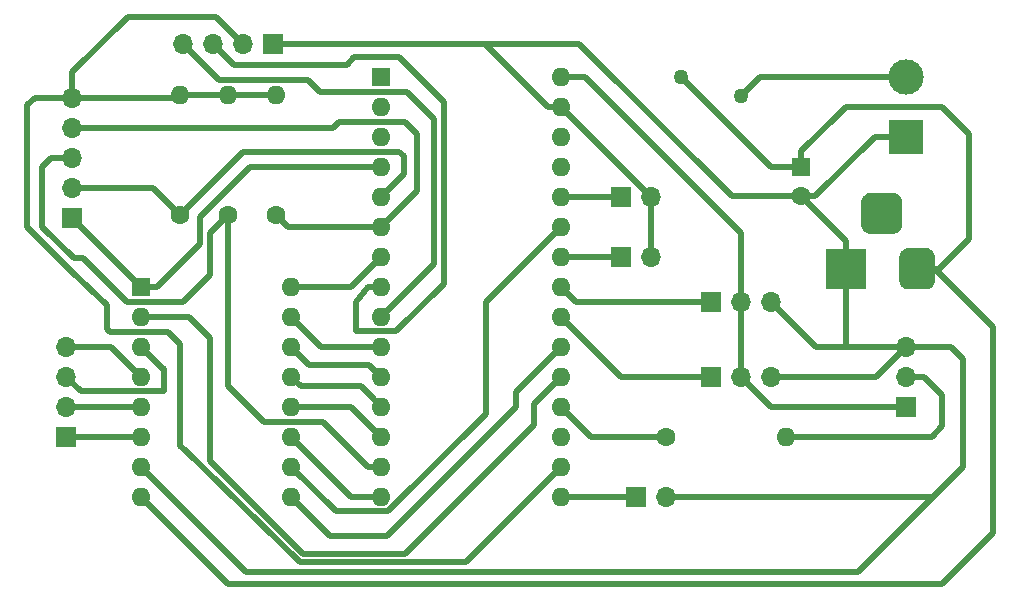
<source format=gbr>
G04 #@! TF.GenerationSoftware,KiCad,Pcbnew,5.1.5+dfsg1-2build2*
G04 #@! TF.CreationDate,2020-11-19T11:24:51+00:00*
G04 #@! TF.ProjectId,PIDController,50494443-6f6e-4747-926f-6c6c65722e6b,rev?*
G04 #@! TF.SameCoordinates,Original*
G04 #@! TF.FileFunction,Copper,L2,Bot*
G04 #@! TF.FilePolarity,Positive*
%FSLAX46Y46*%
G04 Gerber Fmt 4.6, Leading zero omitted, Abs format (unit mm)*
G04 Created by KiCad (PCBNEW 5.1.5+dfsg1-2build2) date 2020-11-19 11:24:51*
%MOMM*%
%LPD*%
G04 APERTURE LIST*
%ADD10C,1.600000*%
%ADD11O,1.600000X1.600000*%
%ADD12R,1.600000X1.600000*%
%ADD13C,3.000000*%
%ADD14R,3.000000X3.000000*%
%ADD15C,1.270000*%
%ADD16R,1.700000X1.700000*%
%ADD17O,1.700000X1.700000*%
%ADD18R,3.500000X3.500000*%
%ADD19C,0.100000*%
%ADD20C,0.500000*%
G04 APERTURE END LIST*
D10*
X87122000Y-104394000D03*
D11*
X87122000Y-94234000D03*
D12*
X104140000Y-92710000D03*
D11*
X119380000Y-125730000D03*
X104140000Y-95250000D03*
X119380000Y-123190000D03*
X104140000Y-97790000D03*
X119380000Y-120650000D03*
X104140000Y-100330000D03*
X119380000Y-118110000D03*
X104140000Y-102870000D03*
X119380000Y-115570000D03*
X104140000Y-105410000D03*
X119380000Y-113030000D03*
X104140000Y-107950000D03*
X119380000Y-110490000D03*
X104140000Y-110490000D03*
X119380000Y-107950000D03*
X104140000Y-113030000D03*
X119380000Y-105410000D03*
X104140000Y-115570000D03*
X119380000Y-102870000D03*
X104140000Y-118110000D03*
X119380000Y-100330000D03*
X104140000Y-120650000D03*
X119380000Y-97790000D03*
X104140000Y-123190000D03*
X119380000Y-95250000D03*
X104140000Y-125730000D03*
X119380000Y-92710000D03*
X104140000Y-128270000D03*
X119380000Y-128270000D03*
D13*
X148590000Y-92710000D03*
D14*
X148590000Y-97790000D03*
D12*
X83820000Y-110490000D03*
D11*
X96520000Y-128270000D03*
X83820000Y-113030000D03*
X96520000Y-125730000D03*
X83820000Y-115570000D03*
X96520000Y-123190000D03*
X83820000Y-118110000D03*
X96520000Y-120650000D03*
X83820000Y-120650000D03*
X96520000Y-118110000D03*
X83820000Y-123190000D03*
X96520000Y-115570000D03*
X83820000Y-125730000D03*
X96520000Y-113030000D03*
X83820000Y-128270000D03*
X96520000Y-110490000D03*
D15*
X134640000Y-94310000D03*
X129540000Y-92710000D03*
D16*
X77978000Y-104648000D03*
D17*
X77978000Y-102108000D03*
X77978000Y-99568000D03*
X77978000Y-97028000D03*
X77978000Y-94488000D03*
D16*
X94996000Y-89916000D03*
D17*
X92456000Y-89916000D03*
X89916000Y-89916000D03*
X87376000Y-89916000D03*
D16*
X148590000Y-120650000D03*
D17*
X148590000Y-118110000D03*
X148590000Y-115570000D03*
X137160000Y-111760000D03*
X134620000Y-111760000D03*
D16*
X132080000Y-111760000D03*
X132080000Y-118110000D03*
D17*
X134620000Y-118110000D03*
X137160000Y-118110000D03*
X77470000Y-115570000D03*
X77470000Y-118110000D03*
X77470000Y-120650000D03*
D16*
X77470000Y-123190000D03*
X124460000Y-102870000D03*
D17*
X127000000Y-102870000D03*
X127000000Y-107950000D03*
D16*
X124460000Y-107950000D03*
X125730000Y-128270000D03*
D17*
X128270000Y-128270000D03*
D10*
X128270000Y-123190000D03*
D11*
X138430000Y-123190000D03*
D12*
X139700000Y-100330000D03*
D10*
X139700000Y-102830000D03*
D18*
X143510000Y-108966000D03*
G04 #@! TA.AperFunction,ComponentPad*
D19*
G36*
X150333513Y-107219611D02*
G01*
X150406318Y-107230411D01*
X150477714Y-107248295D01*
X150547013Y-107273090D01*
X150613548Y-107304559D01*
X150676678Y-107342398D01*
X150735795Y-107386242D01*
X150790330Y-107435670D01*
X150839758Y-107490205D01*
X150883602Y-107549322D01*
X150921441Y-107612452D01*
X150952910Y-107678987D01*
X150977705Y-107748286D01*
X150995589Y-107819682D01*
X151006389Y-107892487D01*
X151010000Y-107966000D01*
X151010000Y-109966000D01*
X151006389Y-110039513D01*
X150995589Y-110112318D01*
X150977705Y-110183714D01*
X150952910Y-110253013D01*
X150921441Y-110319548D01*
X150883602Y-110382678D01*
X150839758Y-110441795D01*
X150790330Y-110496330D01*
X150735795Y-110545758D01*
X150676678Y-110589602D01*
X150613548Y-110627441D01*
X150547013Y-110658910D01*
X150477714Y-110683705D01*
X150406318Y-110701589D01*
X150333513Y-110712389D01*
X150260000Y-110716000D01*
X148760000Y-110716000D01*
X148686487Y-110712389D01*
X148613682Y-110701589D01*
X148542286Y-110683705D01*
X148472987Y-110658910D01*
X148406452Y-110627441D01*
X148343322Y-110589602D01*
X148284205Y-110545758D01*
X148229670Y-110496330D01*
X148180242Y-110441795D01*
X148136398Y-110382678D01*
X148098559Y-110319548D01*
X148067090Y-110253013D01*
X148042295Y-110183714D01*
X148024411Y-110112318D01*
X148013611Y-110039513D01*
X148010000Y-109966000D01*
X148010000Y-107966000D01*
X148013611Y-107892487D01*
X148024411Y-107819682D01*
X148042295Y-107748286D01*
X148067090Y-107678987D01*
X148098559Y-107612452D01*
X148136398Y-107549322D01*
X148180242Y-107490205D01*
X148229670Y-107435670D01*
X148284205Y-107386242D01*
X148343322Y-107342398D01*
X148406452Y-107304559D01*
X148472987Y-107273090D01*
X148542286Y-107248295D01*
X148613682Y-107230411D01*
X148686487Y-107219611D01*
X148760000Y-107216000D01*
X150260000Y-107216000D01*
X150333513Y-107219611D01*
G37*
G04 #@! TD.AperFunction*
G04 #@! TA.AperFunction,ComponentPad*
G36*
X147470765Y-102520213D02*
G01*
X147555704Y-102532813D01*
X147638999Y-102553677D01*
X147719848Y-102582605D01*
X147797472Y-102619319D01*
X147871124Y-102663464D01*
X147940094Y-102714616D01*
X148003718Y-102772282D01*
X148061384Y-102835906D01*
X148112536Y-102904876D01*
X148156681Y-102978528D01*
X148193395Y-103056152D01*
X148222323Y-103137001D01*
X148243187Y-103220296D01*
X148255787Y-103305235D01*
X148260000Y-103391000D01*
X148260000Y-105141000D01*
X148255787Y-105226765D01*
X148243187Y-105311704D01*
X148222323Y-105394999D01*
X148193395Y-105475848D01*
X148156681Y-105553472D01*
X148112536Y-105627124D01*
X148061384Y-105696094D01*
X148003718Y-105759718D01*
X147940094Y-105817384D01*
X147871124Y-105868536D01*
X147797472Y-105912681D01*
X147719848Y-105949395D01*
X147638999Y-105978323D01*
X147555704Y-105999187D01*
X147470765Y-106011787D01*
X147385000Y-106016000D01*
X145635000Y-106016000D01*
X145549235Y-106011787D01*
X145464296Y-105999187D01*
X145381001Y-105978323D01*
X145300152Y-105949395D01*
X145222528Y-105912681D01*
X145148876Y-105868536D01*
X145079906Y-105817384D01*
X145016282Y-105759718D01*
X144958616Y-105696094D01*
X144907464Y-105627124D01*
X144863319Y-105553472D01*
X144826605Y-105475848D01*
X144797677Y-105394999D01*
X144776813Y-105311704D01*
X144764213Y-105226765D01*
X144760000Y-105141000D01*
X144760000Y-103391000D01*
X144764213Y-103305235D01*
X144776813Y-103220296D01*
X144797677Y-103137001D01*
X144826605Y-103056152D01*
X144863319Y-102978528D01*
X144907464Y-102904876D01*
X144958616Y-102835906D01*
X145016282Y-102772282D01*
X145079906Y-102714616D01*
X145148876Y-102663464D01*
X145222528Y-102619319D01*
X145300152Y-102582605D01*
X145381001Y-102553677D01*
X145464296Y-102532813D01*
X145549235Y-102520213D01*
X145635000Y-102516000D01*
X147385000Y-102516000D01*
X147470765Y-102520213D01*
G37*
G04 #@! TD.AperFunction*
D10*
X95250000Y-104394000D03*
D11*
X95250000Y-94234000D03*
X91186000Y-94234000D03*
D10*
X91186000Y-104394000D03*
D20*
X86868000Y-94488000D02*
X87122000Y-94234000D01*
X77978000Y-94488000D02*
X86868000Y-94488000D01*
X87122000Y-94234000D02*
X91186000Y-94234000D01*
X91186000Y-94234000D02*
X95250000Y-94234000D01*
X92456000Y-89916000D02*
X90170000Y-87630000D01*
X90170000Y-87630000D02*
X82677000Y-87630000D01*
X77978000Y-92329000D02*
X77978000Y-94488000D01*
X82677000Y-87630000D02*
X77978000Y-92329000D01*
X74168000Y-95123000D02*
X74803000Y-94488000D01*
X74803000Y-94488000D02*
X77978000Y-94488000D01*
X74168000Y-105410000D02*
X74168000Y-95123000D01*
X77978000Y-109220000D02*
X74168000Y-105410000D01*
X111313990Y-133796010D02*
X97246047Y-133796010D01*
X119380000Y-125730000D02*
X111313990Y-133796010D01*
X80885593Y-112027407D02*
X80885593Y-114032593D01*
X80885593Y-112027407D02*
X77978000Y-109220000D01*
X81172999Y-114319999D02*
X86125999Y-114319999D01*
X80885593Y-114032593D02*
X81172999Y-114319999D01*
X86125999Y-114319999D02*
X87122000Y-115316000D01*
X87122000Y-123952000D02*
X87503000Y-124333000D01*
X87122000Y-115316000D02*
X87122000Y-123952000D01*
X97246047Y-133796010D02*
X87503000Y-124333000D01*
X121920000Y-123190000D02*
X128270000Y-123190000D01*
X119380000Y-120650000D02*
X121920000Y-123190000D01*
X143510000Y-106640000D02*
X139700000Y-102830000D01*
X143510000Y-108966000D02*
X143510000Y-106640000D01*
X127000000Y-102870000D02*
X127000000Y-107950000D01*
X153416000Y-116586000D02*
X152400000Y-115570000D01*
X153416000Y-125730000D02*
X153416000Y-116586000D01*
X150876000Y-128270000D02*
X153416000Y-125730000D01*
X152400000Y-115570000D02*
X148590000Y-115570000D01*
X128270000Y-128270000D02*
X150876000Y-128270000D01*
X83820000Y-125730000D02*
X92710000Y-134620000D01*
X144526000Y-134620000D02*
X150876000Y-128270000D01*
X92710000Y-134620000D02*
X144526000Y-134620000D01*
X146050000Y-118110000D02*
X148590000Y-115570000D01*
X137160000Y-118110000D02*
X146050000Y-118110000D01*
X126150001Y-102020001D02*
X119380000Y-95250000D01*
X127000000Y-102870000D02*
X126150001Y-102020001D01*
X83820000Y-110490000D02*
X77978000Y-104648000D01*
X137160000Y-111760000D02*
X140970000Y-115570000D01*
X93036002Y-100330000D02*
X104140000Y-100330000D01*
X88773000Y-106837000D02*
X88773000Y-104593002D01*
X85120000Y-110490000D02*
X88773000Y-106837000D01*
X88773000Y-104593002D02*
X93036002Y-100330000D01*
X83820000Y-110490000D02*
X85120000Y-110490000D01*
X112914630Y-89916000D02*
X112776000Y-89916000D01*
X118248630Y-95250000D02*
X112914630Y-89916000D01*
X119380000Y-95250000D02*
X118248630Y-95250000D01*
X112776000Y-89916000D02*
X94996000Y-89916000D01*
X143510000Y-108966000D02*
X143510000Y-115570000D01*
X143510000Y-115570000D02*
X148590000Y-115570000D01*
X140970000Y-115570000D02*
X143510000Y-115570000D01*
X147193000Y-115570000D02*
X148590000Y-115570000D01*
X139700000Y-102830000D02*
X140883000Y-102830000D01*
X145923000Y-97790000D02*
X148590000Y-97790000D01*
X140883000Y-102830000D02*
X145923000Y-97790000D01*
X120904000Y-89916000D02*
X112776000Y-89916000D01*
X133818000Y-102830000D02*
X120904000Y-89916000D01*
X139700000Y-102830000D02*
X133818000Y-102830000D01*
X117094000Y-122174000D02*
X117094000Y-120396000D01*
X106172000Y-133096000D02*
X117094000Y-122174000D01*
X97536000Y-133096000D02*
X106172000Y-133096000D01*
X117094000Y-120396000D02*
X119380000Y-118110000D01*
X89662000Y-125222000D02*
X97536000Y-133096000D01*
X89662000Y-114808000D02*
X89662000Y-125222000D01*
X87884000Y-113030000D02*
X89662000Y-114808000D01*
X83820000Y-113030000D02*
X87884000Y-113030000D01*
X84836000Y-102108000D02*
X87122000Y-104394000D01*
X77978000Y-102108000D02*
X84836000Y-102108000D01*
X105683999Y-99079999D02*
X106045000Y-99441000D01*
X106045000Y-100965000D02*
X104140000Y-102870000D01*
X106045000Y-99441000D02*
X106045000Y-100965000D01*
X92456000Y-99060000D02*
X92710000Y-99060000D01*
X87122000Y-104394000D02*
X92456000Y-99060000D01*
X92710000Y-99060000D02*
X105683999Y-99079999D01*
X115570000Y-120650000D02*
X115570000Y-119380000D01*
X104648000Y-131572000D02*
X115570000Y-120650000D01*
X118580001Y-116369999D02*
X119380000Y-115570000D01*
X115570000Y-119380000D02*
X118580001Y-116369999D01*
X99822000Y-131572000D02*
X104648000Y-131572000D01*
X96520000Y-128270000D02*
X99822000Y-131572000D01*
X77978000Y-97028000D02*
X100076000Y-97028000D01*
X100564001Y-96539999D02*
X106191999Y-96539999D01*
X100076000Y-97028000D02*
X100564001Y-96539999D01*
X106191999Y-96539999D02*
X107188000Y-97536000D01*
X107188000Y-102362000D02*
X104140000Y-105410000D01*
X107188000Y-97536000D02*
X107188000Y-102362000D01*
X96266000Y-105410000D02*
X95250000Y-104394000D01*
X104140000Y-105410000D02*
X96266000Y-105410000D01*
X124460000Y-118110000D02*
X119380000Y-113030000D01*
X132080000Y-118110000D02*
X124460000Y-118110000D01*
X101600000Y-120650000D02*
X104140000Y-123190000D01*
X96520000Y-120650000D02*
X101600000Y-120650000D01*
X120650000Y-111760000D02*
X119380000Y-110490000D01*
X132080000Y-111760000D02*
X120650000Y-111760000D01*
X102997000Y-110490000D02*
X104140000Y-110490000D01*
X105429999Y-114280001D02*
X101961001Y-114280001D01*
X109474000Y-94869000D02*
X109474000Y-110236000D01*
X101854000Y-91059000D02*
X105664000Y-91059000D01*
X101219000Y-91694000D02*
X101854000Y-91059000D01*
X109474000Y-110236000D02*
X105429999Y-114280001D01*
X105664000Y-91059000D02*
X109474000Y-94869000D01*
X91694000Y-91694000D02*
X101219000Y-91694000D01*
X89916000Y-89916000D02*
X91694000Y-91694000D01*
X101961001Y-111779999D02*
X101981000Y-111760000D01*
X101961001Y-114280001D02*
X101961001Y-111779999D01*
X101981000Y-111760000D02*
X102997000Y-110490000D01*
X119380000Y-107950000D02*
X124460000Y-107950000D01*
X108585000Y-108585000D02*
X107569000Y-109601000D01*
X106318999Y-93999999D02*
X108585000Y-96266000D01*
X98952999Y-93999999D02*
X106318999Y-93999999D01*
X107569000Y-109601000D02*
X104140000Y-113030000D01*
X97936999Y-92983999D02*
X98952999Y-93999999D01*
X108585000Y-96266000D02*
X108585000Y-108585000D01*
X90443999Y-92983999D02*
X97936999Y-92983999D01*
X87376000Y-89916000D02*
X90443999Y-92983999D01*
X96520000Y-115570000D02*
X98044000Y-117094000D01*
X103124000Y-117094000D02*
X104140000Y-118110000D01*
X98044000Y-117094000D02*
X103124000Y-117094000D01*
X101600000Y-128270000D02*
X104140000Y-128270000D01*
X96520000Y-123190000D02*
X101600000Y-128270000D01*
X119380000Y-102870000D02*
X124460000Y-102870000D01*
X100310001Y-129520001D02*
X104740001Y-129520001D01*
X104740001Y-129520001D02*
X113030000Y-121230002D01*
X96520000Y-125730000D02*
X100310001Y-129520001D01*
X113030000Y-111760000D02*
X119380000Y-105410000D01*
X113030000Y-121230002D02*
X113030000Y-111760000D01*
X101600000Y-110490000D02*
X104140000Y-107950000D01*
X96520000Y-110490000D02*
X101600000Y-110490000D01*
X103340001Y-119850001D02*
X104140000Y-120650000D01*
X102399999Y-118909999D02*
X103340001Y-119850001D01*
X97319999Y-118909999D02*
X102399999Y-118909999D01*
X96520000Y-118110000D02*
X97319999Y-118909999D01*
X91186000Y-105525370D02*
X91186000Y-104394000D01*
X91186000Y-118872000D02*
X91186000Y-105525370D01*
X94234000Y-121920000D02*
X91186000Y-118872000D01*
X103008630Y-125730000D02*
X99198630Y-121920000D01*
X99198630Y-121920000D02*
X94234000Y-121920000D01*
X104140000Y-125730000D02*
X103008630Y-125730000D01*
X87356001Y-111779999D02*
X89631999Y-109504001D01*
X82599997Y-111779999D02*
X87356001Y-111779999D01*
X89631999Y-105948001D02*
X91186000Y-104394000D01*
X78896998Y-108077000D02*
X82599997Y-111779999D01*
X89631999Y-109504001D02*
X89631999Y-105948001D01*
X78105000Y-108077000D02*
X78896998Y-108077000D01*
X75438000Y-105410000D02*
X78105000Y-108077000D01*
X75438000Y-100330000D02*
X75438000Y-105410000D01*
X76200000Y-99568000D02*
X75438000Y-100330000D01*
X77978000Y-99568000D02*
X76200000Y-99568000D01*
X134620000Y-111760000D02*
X134620000Y-118110000D01*
X137160000Y-120650000D02*
X148590000Y-120650000D01*
X134620000Y-118110000D02*
X137160000Y-120650000D01*
X119380000Y-92710000D02*
X121412000Y-92710000D01*
X134620000Y-105918000D02*
X134620000Y-111760000D01*
X121412000Y-92710000D02*
X134620000Y-105918000D01*
X99060000Y-115570000D02*
X104140000Y-115570000D01*
X96520000Y-113030000D02*
X99060000Y-115570000D01*
X119380000Y-128270000D02*
X125730000Y-128270000D01*
X77470000Y-118110000D02*
X78720001Y-119360001D01*
X85705001Y-117455001D02*
X85598000Y-117348000D01*
X85705001Y-119360001D02*
X85705001Y-117455001D01*
X85598000Y-117348000D02*
X83820000Y-115570000D01*
X78720001Y-119360001D02*
X85705001Y-119360001D01*
X81280000Y-115570000D02*
X83820000Y-118110000D01*
X77470000Y-115570000D02*
X81280000Y-115570000D01*
X77470000Y-120650000D02*
X83820000Y-120650000D01*
X77470000Y-123190000D02*
X83820000Y-123190000D01*
X137160000Y-100330000D02*
X139700000Y-100330000D01*
X129540000Y-92710000D02*
X137160000Y-100330000D01*
X151384000Y-108966000D02*
X149510000Y-108966000D01*
X153924000Y-106426000D02*
X151384000Y-108966000D01*
X153924000Y-97536000D02*
X153924000Y-106426000D01*
X151638000Y-95250000D02*
X153924000Y-97536000D01*
X143510000Y-95250000D02*
X151638000Y-95250000D01*
X142920001Y-95839999D02*
X143510000Y-95250000D01*
X142890001Y-95839999D02*
X142920001Y-95839999D01*
X139700000Y-99030000D02*
X142890001Y-95839999D01*
X139700000Y-100330000D02*
X139700000Y-99030000D01*
X151010000Y-108966000D02*
X155956000Y-113912000D01*
X149510000Y-108966000D02*
X151010000Y-108966000D01*
X155956000Y-113912000D02*
X155956000Y-131318000D01*
X155956000Y-131318000D02*
X151638000Y-135636000D01*
X151638000Y-135636000D02*
X91186000Y-135636000D01*
X91186000Y-135636000D02*
X83820000Y-128270000D01*
X136240000Y-92710000D02*
X134640000Y-94310000D01*
X148590000Y-92710000D02*
X136240000Y-92710000D01*
X151638000Y-119634000D02*
X150114000Y-118110000D01*
X150114000Y-118110000D02*
X148590000Y-118110000D01*
X150749000Y-123190000D02*
X151638000Y-122301000D01*
X138430000Y-123190000D02*
X150749000Y-123190000D01*
X151638000Y-122301000D02*
X151638000Y-119634000D01*
M02*

</source>
